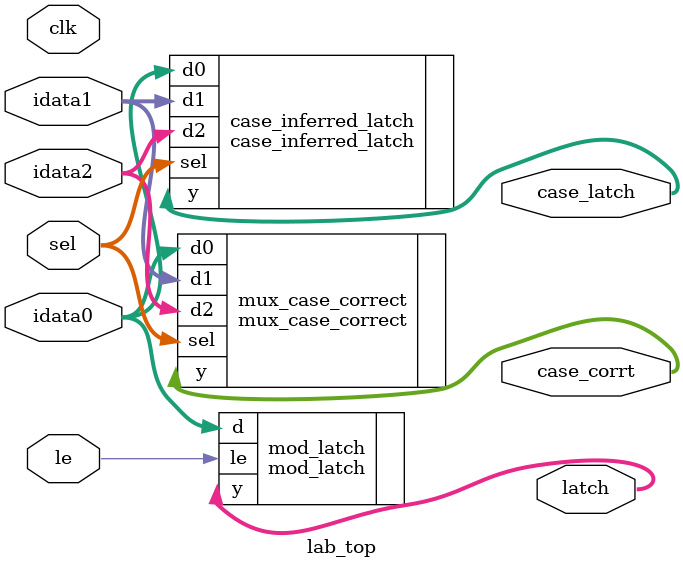
<source format=v>

module lab_top
(
    input        clk,
    input  [1:0] idata0,
    input  [1:0] idata1,
    input  [1:0] idata2,
    input  [1:0] sel,
    input        le,
    output [1:0] case_latch,
    output [1:0] case_corrt,
    output [1:0] latch
);
    case_inferred_latch  case_inferred_latch (.d0(idata0), .d1(idata1), .d2(idata2), .sel(sel), .y(case_latch));
    mux_case_correct     mux_case_correct    (.d0(idata0), .d1(idata1), .d2(idata2), .sel(sel), .y(case_corrt));
    mod_latch            mod_latch           (.d (idata0), .le(le ),                            .y(latch)     );

endmodule

</source>
